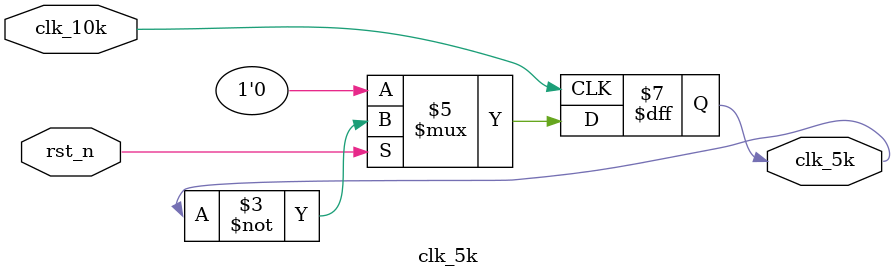
<source format=v>
module clk_5k(
                  clk_10k,     
                  //clk_sys,//Ê±ÖÓÊäÈë
                  rst_n,
                  clk_5k     //Ê±ÖÓÊä³ö
                 );

input clk_10k;
//input clk_sys;
input rst_n;
output clk_5k;

reg clk_5k;
/*
reg clk_10k_reg1;
reg clk_10k_reg2;
wire clk_10k_en;
*/
/*
always @ (posedge clk_sys)
    begin
         if (rst_n == 1'b0)
             {clk_10k_reg1,clk_10k_reg2} <= 2'b0;
         else
             begin
                  clk_10k_reg1 <= clk_10k;
                  clk_10k_reg2 <= clk_10k_reg1;
             end
    end

assign clk_10k_en = clk_10k_reg1 & (~clk_10k_reg2);
*/
always @ (posedge clk_10k)
    begin
         if (rst_n == 1'b0)
             begin
                  clk_5k  <= 1'b0;
             end
         else
            begin
                clk_5k <= ~clk_5k;
            end
   end
endmodule
</source>
